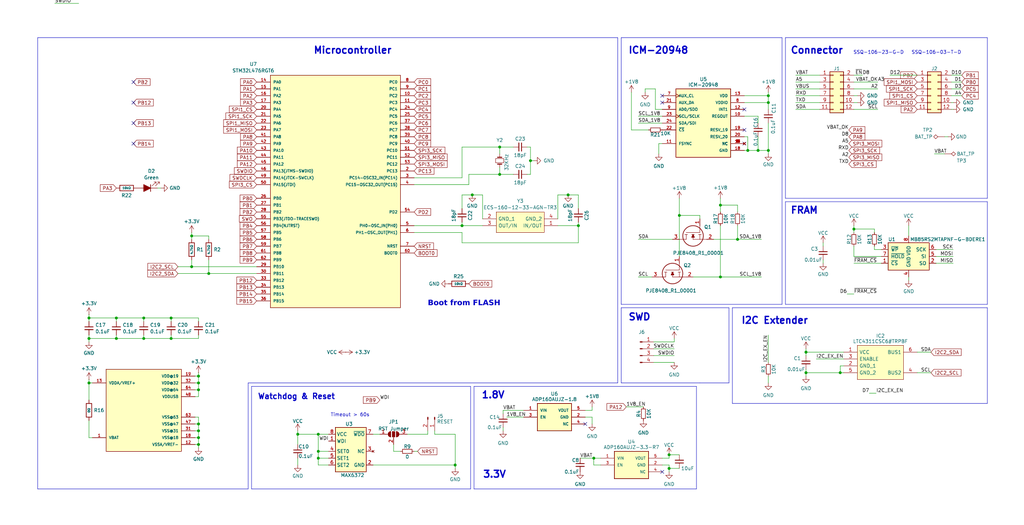
<source format=kicad_sch>
(kicad_sch (version 20250114) (generator "eeschema") (generator_version "9.0")
  (paper "User" 380 194.996)
  (title_block (title "HexSense Svalbard - MCU module") (date "2023-05-25") (rev "V1") (company "MIT Media Lab") (comment 1 "Fangzheng Liu"))
  (rectangle (start 47.244 -15.24) (end 67.31 -12.192))
  (text "ICM-20948" (at 233.045 20.32 0) (effects (font (size 2.54 2.54) (thickness 0.508) (bold yes)) (justify left bottom)))
  (text "SSQ-106-03-T-D" (at 338.201 20.32 0) (effects (font (size 1.27 1.27)) (justify left bottom)))
  (text "1.8V" (at 178.562 148.336 0) (effects (font (size 2.54 2.54) (thickness 0.508) (bold yes)) (justify left bottom)))
  (text "Microcontroller" (at 116.205 20.32 0) (effects (font (size 2.54 2.54) (thickness 0.508) (bold yes)) (justify left bottom)))
  (text "FRAM" (at 293.243 79.756 0) (effects (font (size 2.54 2.54) (thickness 0.508) (bold yes)) (justify left bottom)))
  (text "Timeout > 60s" (at 137.16 154.94 0) (effects (font (size 1.27 1.27)) (justify right bottom)))
  (text "Watchdog & Reset" (at 124.46 148.59 0) (effects (font (size 2.032 2.032) (thickness 0.4) (bold yes)) (justify right bottom)))
  (text "SWD" (at 233.045 119.38 0) (effects (font (size 2.54 2.54) (thickness 0.508) (bold yes)) (justify left bottom)))
  (text "Connector" (at 293.243 20.32 0) (effects (font (size 2.54 2.54) (thickness 0.508) (bold yes)) (justify left bottom)))
  (text "3.3V" (at 179.07 177.8 0) (effects (font (size 2.54 2.54) (thickness 0.508) (bold yes)) (justify left bottom)))
  (text "Boot from FLASH" (at 172.212 113.284 0) (effects (font (size 2 2) (bold yes))))
  (text "Switch these 2 pins" (at 47.498 -12.7 0) (effects (font (size 1.27 1.27)) (justify left bottom)))
  (text "SSQ-106-23-G-D" (at 316.611 20.32 0) (effects (font (size 1.27 1.27)) (justify left bottom)))
  (text "I2C Extender" (at 274.955 120.65 0) (effects (font (size 2.54 2.54) (thickness 0.508) (bold yes)) (justify left bottom)))
  (junction (at 63.5 125.73))
  (junction (at 210.82 72.39))
  (junction (at 220.345 170.18))
  (junction (at 43.18 118.11))
  (junction (at 33.02 125.73))
  (junction (at 77.47 101.6))
  (junction (at 118.11 161.29))
  (junction (at 118.11 170.18))
  (junction (at 53.34 118.11))
  (junction (at 73.66 160.02))
  (junction (at 110.49 161.29))
  (junction (at 33.02 142.24))
  (junction (at 214.63 83.82))
  (junction (at 196.85 59.69))
  (junction (at 248.285 168.91))
  (junction (at 73.66 142.24))
  (junction (at 316.865 85.09))
  (junction (at 277.495 55.88))
  (junction (at 73.66 165.1))
  (junction (at 71.12 99.06))
  (junction (at 118.11 167.64))
  (junction (at 267.335 102.87))
  (junction (at 73.66 139.7))
  (junction (at 73.66 162.56))
  (junction (at 33.02 118.11))
  (junction (at 267.335 76.2))
  (junction (at 285.115 55.88))
  (junction (at 168.91 172.72))
  (junction (at 175.26 72.39))
  (junction (at 73.66 144.78))
  (junction (at 311.785 138.43))
  (junction (at 53.34 125.73))
  (junction (at 299.085 138.43))
  (junction (at 185.42 64.77))
  (junction (at 73.66 157.48))
  (junction (at 273.685 88.9))
  (junction (at 171.45 83.82))
  (junction (at 248.285 173.99))
  (junction (at 185.42 54.61))
  (junction (at 71.12 87.63))
  (junction (at 43.18 125.73))
  (junction (at 299.085 130.81))
  (junction (at 281.305 55.88))
  (junction (at 252.095 80.01))
  (junction (at 285.115 38.1))
  (junction (at 285.115 35.56))
  (junction (at 63.5 118.11))
  (no_connect (at 49.53 45.72))
  (no_connect (at 245.745 175.26))
  (no_connect (at 276.225 48.26))
  (no_connect (at 49.53 38.1))
  (no_connect (at 245.745 35.56))
  (no_connect (at 29.21 -69.85))
  (no_connect (at 49.53 30.48))
  (no_connect (at 245.745 38.1))
  (no_connect (at 276.225 53.34))
  (no_connect (at 29.21 -44.45))
  (no_connect (at 217.17 157.48))
  (no_connect (at 49.53 53.34))
  (no_connect (at 276.225 40.64))
  (wire (pts (xy 121.92 167.64) (xy 118.11 167.64)))
  (wire (pts (xy 285.115 45.72) (xy 285.115 55.88)))
  (wire (pts (xy 73.66 162.56) (xy 73.66 165.1)))
  (wire (pts (xy 138.43 172.72) (xy 168.91 172.72)))
  (wire (pts (xy 20.32 -46.99) (xy 29.21 -46.99)))
  (polyline (pts (xy 366.395 73.66) (xy 291.465 73.66)))
  (wire (pts (xy 12.7 -21.59) (xy 29.21 -21.59)))
  (wire (pts (xy 33.02 116.84) (xy 33.02 118.11)))
  (wire (pts (xy 215.265 170.18) (xy 220.345 170.18)))
  (wire (pts (xy 324.485 92.71) (xy 327.025 92.71)))
  (wire (pts (xy 20.32 -29.21) (xy 29.21 -29.21)))
  (wire (pts (xy 234.315 48.26) (xy 240.665 48.26)))
  (wire (pts (xy 217.17 154.94) (xy 219.71 154.94)))
  (wire (pts (xy 63.5 118.11) (xy 63.5 119.38)))
  (wire (pts (xy 340.36 130.81) (xy 345.44 130.81)))
  (polyline (pts (xy 230.505 114.3) (xy 270.51 114.3)))
  (wire (pts (xy 33.02 162.56) (xy 34.29 162.56)))
  (wire (pts (xy 311.785 135.89) (xy 311.785 138.43)))
  (wire (pts (xy 316.865 91.44) (xy 316.865 95.25)))
  (polyline (pts (xy 366.395 114.3) (xy 366.395 149.86)))
  (wire (pts (xy 273.685 88.9) (xy 282.575 88.9)))
  (wire (pts (xy 190.5 64.77) (xy 185.42 64.77)))
  (wire (pts (xy 33.02 156.21) (xy 33.02 162.56)))
  (polyline (pts (xy 92.075 142.24) (xy 229.235 142.24)))
  (wire (pts (xy 171.45 72.39) (xy 171.45 77.47)))
  (wire (pts (xy 43.18 124.46) (xy 43.18 125.73)))
  (wire (pts (xy 20.32 -34.29) (xy 29.21 -34.29)))
  (wire (pts (xy 196.85 54.61) (xy 196.85 59.69)))
  (polyline (pts (xy 174.625 181.61) (xy 93.345 181.61)))
  (polyline (pts (xy 175.895 143.51) (xy 175.895 181.61)))
  (wire (pts (xy 48.26 -49.53) (xy 54.61 -49.53)))
  (wire (pts (xy 214.63 83.82) (xy 214.63 90.17)))
  (wire (pts (xy 207.01 72.39) (xy 207.01 81.28)))
  (wire (pts (xy 73.66 165.1) (xy 73.66 166.37)))
  (wire (pts (xy 353.06 38.1) (xy 353.695 38.1)))
  (wire (pts (xy 161.29 161.29) (xy 168.91 161.29)))
  (wire (pts (xy 244.475 53.34) (xy 244.475 57.15)))
  (wire (pts (xy 313.055 135.89) (xy 311.785 135.89)))
  (wire (pts (xy 33.02 124.46) (xy 33.02 125.73)))
  (wire (pts (xy 33.02 125.73) (xy 43.18 125.73)))
  (wire (pts (xy 71.12 87.63) (xy 71.12 88.9)))
  (wire (pts (xy 48.26 -19.05) (xy 54.61 -19.05)))
  (wire (pts (xy 53.34 118.11) (xy 63.5 118.11)))
  (wire (pts (xy 276.225 38.1) (xy 285.115 38.1)))
  (wire (pts (xy 316.865 38.1) (xy 318.135 38.1)))
  (wire (pts (xy 242.57 132.08) (xy 250.19 132.08)))
  (wire (pts (xy 179.07 83.82) (xy 171.45 83.82)))
  (polyline (pts (xy 270.51 114.3) (xy 270.51 142.24)))
  (wire (pts (xy 267.335 76.2) (xy 273.685 76.2)))
  (wire (pts (xy 186.69 152.4) (xy 186.69 153.67)))
  (wire (pts (xy 242.57 134.62) (xy 250.19 134.62)))
  (wire (pts (xy 347.345 95.25) (xy 353.695 95.25)))
  (polyline (pts (xy 92.075 181.61) (xy 92.075 142.24)))
  (wire (pts (xy 346.71 57.15) (xy 350.52 57.15)))
  (wire (pts (xy 12.7 -1.27) (xy 29.21 -1.27)))
  (wire (pts (xy 48.26 -69.85) (xy 54.61 -69.85)))
  (wire (pts (xy 77.47 87.63) (xy 71.12 87.63)))
  (wire (pts (xy 252.095 80.01) (xy 252.095 95.25)))
  (wire (pts (xy 20.32 -24.13) (xy 29.21 -24.13)))
  (wire (pts (xy 295.275 27.94) (xy 304.165 27.94)))
  (wire (pts (xy 273.685 83.82) (xy 273.685 88.9)))
  (polyline (pts (xy 229.235 142.24) (xy 229.235 13.97)))
  (wire (pts (xy 198.12 59.69) (xy 196.85 59.69)))
  (wire (pts (xy 243.205 40.64) (xy 243.205 33.02)))
  (polyline (pts (xy 271.78 114.3) (xy 366.395 114.3)))
  (wire (pts (xy 63.5 125.73) (xy 73.66 125.73)))
  (wire (pts (xy 171.45 82.55) (xy 171.45 83.82)))
  (wire (pts (xy 20.32 -26.67) (xy 29.21 -26.67)))
  (wire (pts (xy 72.39 165.1) (xy 73.66 165.1)))
  (wire (pts (xy 110.49 161.29) (xy 118.11 161.29)))
  (wire (pts (xy 214.63 82.55) (xy 214.63 83.82)))
  (wire (pts (xy 324.485 86.36) (xy 324.485 85.09)))
  (wire (pts (xy 276.225 43.18) (xy 281.305 43.18)))
  (wire (pts (xy 73.66 139.7) (xy 73.66 138.43)))
  (polyline (pts (xy 259.715 142.24) (xy 259.715 142.24)))
  (wire (pts (xy 185.42 62.23) (xy 185.42 64.77)))
  (polyline (pts (xy 259.715 142.24) (xy 270.51 142.24)))
  (wire (pts (xy 196.85 64.77) (xy 195.58 64.77)))
  (wire (pts (xy 118.11 172.72) (xy 121.92 172.72)))
  (wire (pts (xy 305.435 97.79) (xy 305.435 96.52)))
  (wire (pts (xy 171.45 54.61) (xy 171.45 66.04)))
  (wire (pts (xy 281.305 43.18) (xy 281.305 45.72)))
  (wire (pts (xy 73.66 154.94) (xy 73.66 157.48)))
  (wire (pts (xy 185.42 54.61) (xy 185.42 57.15)))
  (wire (pts (xy 72.39 157.48) (xy 73.66 157.48)))
  (wire (pts (xy 153.67 83.82) (xy 171.45 83.82)))
  (wire (pts (xy 239.395 33.02) (xy 239.395 34.29)))
  (wire (pts (xy 20.32 -57.15) (xy 29.21 -57.15)))
  (wire (pts (xy 72.39 162.56) (xy 73.66 162.56)))
  (wire (pts (xy 267.335 102.87) (xy 282.575 102.87)))
  (wire (pts (xy 185.42 64.77) (xy 173.99 64.77)))
  (wire (pts (xy 73.66 144.78) (xy 73.66 142.24)))
  (wire (pts (xy 43.18 118.11) (xy 53.34 118.11)))
  (wire (pts (xy 118.11 161.29) (xy 118.11 167.64)))
  (wire (pts (xy 73.66 160.02) (xy 73.66 162.56)))
  (wire (pts (xy 53.34 125.73) (xy 63.5 125.73)))
  (wire (pts (xy 267.335 83.82) (xy 267.335 102.87)))
  (polyline (pts (xy 291.465 74.93) (xy 366.395 74.93)))
  (wire (pts (xy 299.085 129.54) (xy 299.085 130.81)))
  (wire (pts (xy 48.26 -54.61) (xy 54.61 -54.61)))
  (wire (pts (xy 295.275 40.64) (xy 304.165 40.64)))
  (wire (pts (xy 179.07 72.39) (xy 175.26 72.39)))
  (wire (pts (xy 20.32 -31.75) (xy 29.21 -31.75)))
  (wire (pts (xy 316.865 95.25) (xy 327.025 95.25)))
  (wire (pts (xy 118.11 167.64) (xy 118.11 170.18)))
  (wire (pts (xy 20.32 -41.91) (xy 29.21 -41.91)))
  (wire (pts (xy 299.085 137.16) (xy 299.085 138.43)))
  (polyline (pts (xy 366.395 13.97) (xy 366.395 73.66)))
  (polyline (pts (xy 230.505 13.97) (xy 230.505 113.03)))
  (wire (pts (xy 257.175 102.87) (xy 267.335 102.87)))
  (wire (pts (xy 110.49 170.18) (xy 110.49 172.72)))
  (wire (pts (xy 195.58 54.61) (xy 196.85 54.61)))
  (wire (pts (xy 118.11 170.18) (xy 121.92 170.18)))
  (wire (pts (xy 194.31 154.94) (xy 187.96 154.94)))
  (wire (pts (xy 20.32 -8.89) (xy 29.21 -8.89)))
  (wire (pts (xy 196.85 59.69) (xy 196.85 64.77)))
  (wire (pts (xy 322.58 146.05) (xy 325.12 146.05)))
  (wire (pts (xy 353.06 35.56) (xy 356.87 35.56)))
  (wire (pts (xy 285.115 139.7) (xy 285.115 142.24)))
  (wire (pts (xy 118.11 170.18) (xy 118.11 172.72)))
  (polyline (pts (xy 366.395 113.03) (xy 291.465 113.03)))
  (wire (pts (xy 153.67 66.04) (xy 171.45 66.04)))
  (polyline (pts (xy 175.895 143.51) (xy 258.445 143.51)))
  (wire (pts (xy 20.32 -52.07) (xy 29.21 -52.07)))
  (wire (pts (xy 118.11 161.29) (xy 121.92 161.29)))
  (wire (pts (xy 350.52 50.8) (xy 351.79 50.8)))
  (wire (pts (xy 179.07 81.28) (xy 179.07 72.39)))
  (wire (pts (xy 168.91 172.72) (xy 168.91 173.99)))
  (wire (pts (xy 248.285 175.26) (xy 248.285 173.99)))
  (wire (pts (xy 48.26 -46.99) (xy 54.61 -46.99)))
  (wire (pts (xy 214.63 77.47) (xy 214.63 72.39)))
  (wire (pts (xy 267.335 76.2) (xy 267.335 78.74)))
  (wire (pts (xy 245.745 172.72) (xy 248.285 172.72)))
  (wire (pts (xy 161.29 160.02) (xy 161.29 161.29)))
  (polyline (pts (xy 258.445 143.51) (xy 258.445 181.61)))
  (wire (pts (xy 252.095 73.66) (xy 252.095 80.01)))
  (polyline (pts (xy 291.465 74.93) (xy 291.465 113.03)))
  (wire (pts (xy 158.75 160.02) (xy 158.75 161.29)))
  (wire (pts (xy 232.41 151.13) (xy 238.76 151.13)))
  (wire (pts (xy 299.085 130.81) (xy 299.085 132.08)))
  (wire (pts (xy 214.63 83.82) (xy 207.01 83.82)))
  (wire (pts (xy 29.21 1.27) (xy 20.32 1.27)))
  (wire (pts (xy 236.855 45.72) (xy 245.745 45.72)))
  (wire (pts (xy 242.57 129.54) (xy 250.19 129.54)))
  (wire (pts (xy 168.91 161.29) (xy 168.91 172.72)))
  (wire (pts (xy 285.115 55.88) (xy 285.115 57.15)))
  (wire (pts (xy 77.47 96.52) (xy 77.47 101.6)))
  (polyline (pts (xy 230.505 13.97) (xy 290.195 13.97)))
  (wire (pts (xy 43.18 118.11) (xy 43.18 119.38)))
  (wire (pts (xy 337.185 83.82) (xy 337.185 87.63)))
  (wire (pts (xy 340.36 138.43) (xy 345.44 138.43)))
  (wire (pts (xy 299.085 138.43) (xy 311.785 138.43)))
  (wire (pts (xy 20.32 -72.39) (xy 29.21 -72.39)))
  (wire (pts (xy 72.39 160.02) (xy 73.66 160.02)))
  (wire (pts (xy 210.82 72.39) (xy 207.01 72.39)))
  (wire (pts (xy 173.99 64.77) (xy 173.99 68.58)))
  (wire (pts (xy 33.02 125.73) (xy 33.02 127)))
  (wire (pts (xy 295.275 33.02) (xy 304.165 33.02)))
  (wire (pts (xy 71.12 86.36) (xy 71.12 87.63)))
  (wire (pts (xy 285.115 38.1) (xy 285.115 35.56)))
  (wire (pts (xy 186.69 152.4) (xy 194.31 152.4)))
  (wire (pts (xy 220.345 170.18) (xy 222.885 170.18)))
  (wire (pts (xy 110.49 161.29) (xy 110.49 165.1)))
  (wire (pts (xy 314.325 109.22) (xy 316.865 109.22)))
  (wire (pts (xy 151.13 161.29) (xy 158.75 161.29)))
  (wire (pts (xy 73.66 142.24) (xy 73.66 139.7)))
  (wire (pts (xy 5.08 -19.05) (xy 29.21 -19.05)))
  (wire (pts (xy 138.43 161.29) (xy 140.97 161.29)))
  (wire (pts (xy 295.275 35.56) (xy 304.165 35.56)))
  (wire (pts (xy 33.02 142.24) (xy 33.02 148.59)))
  (wire (pts (xy 175.26 72.39) (xy 171.45 72.39)))
  (wire (pts (xy 337.185 102.87) (xy 337.185 104.14)))
  (wire (pts (xy 214.63 72.39) (xy 210.82 72.39)))
  (wire (pts (xy 73.66 157.48) (xy 73.66 160.02)))
  (polyline (pts (xy 291.465 13.97) (xy 366.395 13.97)))
  (wire (pts (xy 72.39 144.78) (xy 73.66 144.78)))
  (wire (pts (xy 20.32 -36.83) (xy 29.21 -36.83)))
  (wire (pts (xy 20.32 -49.53) (xy 29.21 -49.53)))
  (wire (pts (xy 53.34 118.11) (xy 53.34 119.38)))
  (wire (pts (xy 63.5 118.11) (xy 73.66 118.11)))
  (wire (pts (xy 33.02 140.97) (xy 33.02 142.24)))
  (wire (pts (xy 48.26 -52.07) (xy 54.61 -52.07)))
  (polyline (pts (xy 258.445 181.61) (xy 175.895 181.61)))
  (wire (pts (xy 295.275 38.1) (xy 304.165 38.1)))
  (wire (pts (xy 248.285 168.91) (xy 252.095 168.91)))
  (wire (pts (xy 43.18 125.73) (xy 53.34 125.73)))
  (polyline (pts (xy 366.395 149.86) (xy 271.78 149.86)))
  (wire (pts (xy 73.66 125.73) (xy 73.66 124.46)))
  (wire (pts (xy 277.495 50.8) (xy 277.495 55.88)))
  (wire (pts (xy 316.865 33.02) (xy 325.755 33.02)))
  (wire (pts (xy 20.32 -64.77) (xy 29.21 -64.77)))
  (polyline (pts (xy 174.625 143.51) (xy 174.625 181.61)))
  (wire (pts (xy 311.785 138.43) (xy 313.055 138.43)))
  (wire (pts (xy 245.745 53.34) (xy 244.475 53.34)))
  (polyline (pts (xy 230.505 142.24) (xy 259.715 142.24)))
  (wire (pts (xy 316.865 27.94) (xy 320.04 27.94)))
  (wire (pts (xy 234.315 34.29) (xy 234.315 48.26)))
  (wire (pts (xy 186.69 160.02) (xy 186.69 158.75)))
  (wire (pts (xy 353.06 27.94) (xy 356.87 27.94)))
  (wire (pts (xy 236.855 43.18) (xy 245.745 43.18)))
  (wire (pts (xy 48.26 -16.51) (xy 54.61 -16.51)))
  (wire (pts (xy 222.885 172.72) (xy 220.345 172.72)))
  (wire (pts (xy 248.285 173.99) (xy 252.095 173.99)))
  (wire (pts (xy 243.205 33.02) (xy 239.395 33.02)))
  (polyline (pts (xy 271.78 114.3) (xy 271.78 149.86)))
  (wire (pts (xy 248.285 172.72) (xy 248.285 173.99)))
  (wire (pts (xy 220.345 170.18) (xy 220.345 172.72)))
  (wire (pts (xy 264.795 88.9) (xy 273.685 88.9)))
  (wire (pts (xy 250.19 127) (xy 250.19 125.73)))
  (wire (pts (xy 245.745 170.18) (xy 248.285 170.18)))
  (wire (pts (xy 353.06 33.02) (xy 356.87 33.02)))
  (wire (pts (xy 353.695 92.71) (xy 347.345 92.71)))
  (wire (pts (xy 72.39 147.32) (xy 73.66 147.32)))
  (wire (pts (xy 316.865 83.82) (xy 316.865 85.09)))
  (wire (pts (xy 110.49 160.02) (xy 110.49 161.29)))
  (wire (pts (xy 285.115 35.56) (xy 285.115 34.29)))
  (wire (pts (xy 324.485 85.09) (xy 316.865 85.09)))
  (wire (pts (xy 324.485 91.44) (xy 324.485 92.71)))
  (wire (pts (xy 72.39 139.7) (xy 73.66 139.7)))
  (wire (pts (xy 71.12 99.06) (xy 95.25 99.06)))
  (wire (pts (xy 77.47 101.6) (xy 95.25 101.6)))
  (wire (pts (xy 316.865 30.48) (xy 325.755 30.48)))
  (wire (pts (xy 66.04 101.6) (xy 77.47 101.6)))
  (wire (pts (xy 71.12 96.52) (xy 71.12 99.06)))
  (wire (pts (xy 353.06 40.64) (xy 353.695 40.64)))
  (wire (pts (xy 316.865 40.64) (xy 325.755 40.64)))
  (wire (pts (xy 73.66 147.32) (xy 73.66 144.78)))
  (wire (pts (xy 242.57 127) (xy 250.19 127)))
  (wire (pts (xy 58.42 69.85) (xy 59.69 69.85)))
  (wire (pts (xy 20.32 -39.37) (xy 29.21 -39.37)))
  (wire (pts (xy 33.02 118.11) (xy 33.02 119.38)))
  (wire (pts (xy 48.26 -67.31) (xy 54.61 -67.31)))
  (polyline (pts (xy 13.97 13.97) (xy 13.97 181.61)))
  (wire (pts (xy 153.67 167.64) (xy 154.94 167.64)))
  (wire (pts (xy 33.02 142.24) (xy 34.29 142.24)))
  (wire (pts (xy 316.865 35.56) (xy 318.135 35.56)))
  (wire (pts (xy 77.47 88.9) (xy 77.47 87.63)))
  (wire (pts (xy 171.45 90.17) (xy 171.45 86.36)))
  (wire (pts (xy 281.305 55.88) (xy 285.115 55.88)))
  (wire (pts (xy 285.115 124.46) (xy 285.115 134.62)))
  (wire (pts (xy 20.32 -6.35) (xy 29.21 -6.35)))
  (wire (pts (xy 219.71 154.94) (xy 219.71 157.48)))
  (wire (pts (xy 302.895 133.35) (xy 313.055 133.35)))
  (wire (pts (xy 245.745 40.64) (xy 243.205 40.64)))
  (wire (pts (xy 248.285 170.18) (xy 248.285 168.91)))
  (wire (pts (xy 20.32 -59.69) (xy 29.21 -59.69)))
  (wire (pts (xy 273.685 76.2) (xy 273.685 78.74)))
  (wire (pts (xy 252.095 80.01) (xy 259.715 80.01)))
  (wire (pts (xy 353.06 30.48) (xy 356.87 30.48)))
  (wire (pts (xy 236.855 88.9) (xy 249.555 88.9)))
  (wire (pts (xy 276.225 50.8) (xy 277.495 50.8)))
  (wire (pts (xy 29.21 -13.97) (xy 20.32 -13.97)))
  (wire (pts (xy 33.02 118.11) (xy 43.18 118.11)))
  (polyline (pts (xy 93.345 143.51) (xy 93.345 181.61)))
  (wire (pts (xy 299.085 138.43) (xy 299.085 139.7)))
  (wire (pts (xy 146.05 167.64) (xy 148.59 167.64)))
  (wire (pts (xy 347.345 97.79) (xy 353.695 97.79)))
  (polyline (pts (xy 93.345 143.51) (xy 174.625 143.51)))
  (wire (pts (xy 295.275 30.48) (xy 304.165 30.48)))
  (wire (pts (xy 72.39 154.94) (xy 73.66 154.94)))
  (polyline (pts (xy 229.235 13.97) (xy 13.97 13.97)))
  (wire (pts (xy 20.32 -54.61) (xy 29.21 -54.61)))
  (wire (pts (xy 146.05 167.64) (xy 146.05 165.1)))
  (polyline (pts (xy 13.97 181.61) (xy 92.075 181.61)))
  (wire (pts (xy 276.225 55.88) (xy 277.495 55.88)))
  (wire (pts (xy 219.71 151.13) (xy 219.71 152.4)))
  (wire (pts (xy 316.865 97.79) (xy 327.025 97.79)))
  (wire (pts (xy 305.435 90.17) (xy 305.435 91.44)))
  (wire (pts (xy 259.715 81.28) (xy 259.715 80.01)))
  (wire (pts (xy 285.115 38.1) (xy 285.115 40.64)))
  (wire (pts (xy 185.42 54.61) (xy 190.5 54.61)))
  (wire (pts (xy 171.45 90.17) (xy 214.63 90.17)))
  (wire (pts (xy 276.225 35.56) (xy 285.115 35.56)))
  (wire (pts (xy 20.32 -67.31) (xy 29.21 -67.31)))
  (wire (pts (xy 267.335 73.66) (xy 267.335 76.2)))
  (polyline (pts (xy 366.395 74.93) (xy 366.395 113.03)))
  (polyline (pts (xy 290.195 13.97) (xy 290.195 113.03)))
  (wire (pts (xy 330.2 27.94) (xy 340.36 27.94)))
  (wire (pts (xy 66.04 99.06) (xy 71.12 99.06)))
  (wire (pts (xy 72.39 142.24) (xy 73.66 142.24)))
  (wire (pts (xy 185.42 54.61) (xy 171.45 54.61)))
  (wire (pts (xy 20.32 -62.23) (xy 29.21 -62.23)))
  (wire (pts (xy 153.67 68.58) (xy 173.99 68.58)))
  (wire (pts (xy 20.32 -16.51) (xy 29.21 -16.51)))
  (wire (pts (xy 316.865 85.09) (xy 316.865 86.36)))
  (wire (pts (xy 217.17 152.4) (xy 219.71 152.4)))
  (wire (pts (xy 53.34 124.46) (xy 53.34 125.73)))
  (wire (pts (xy 236.855 102.87) (xy 241.935 102.87)))
  (wire (pts (xy 153.67 86.36) (xy 171.45 86.36)))
  (wire (pts (xy 299.085 130.81) (xy 313.055 130.81)))
  (wire (pts (xy 277.495 55.88) (xy 281.305 55.88)))
  (wire (pts (xy 281.305 50.8) (xy 281.305 55.88)))
  (polyline (pts (xy 230.505 114.3) (xy 230.505 142.24)))
  (wire (pts (xy 73.66 118.11) (xy 73.66 119.38)))
  (polyline (pts (xy 230.505 113.03) (xy 290.195 113.03)))
  (wire (pts (xy 63.5 125.73) (xy 63.5 124.46)))
  (polyline (pts (xy 291.465 13.97) (xy 291.465 73.66)))
  (label "RXD" (at 295.275 35.56 0))
  (label "SDA" (at 20.32 -21.59 0))
  (label "A2" (at 314.96 58.42 180))
  (label "USB+" (at 20.32 -13.97 0))
  (label "D4" (at 20.32 -57.15 0))
  (label "A1" (at 54.61 -54.61 180))
  (label "A3" (at 20.32 -67.31 0))
  (label "SWDCLK" (at 20.32 -1.27 0))
  (label "D0" (at 20.32 -49.53 0))
  (label "~{FRAM_CS}" (at 316.865 97.79 0))
  (label "D1" (at 20.32 -52.07 0))
  (label "MISO" (at 20.32 -46.99 0))
  (label "MOSI" (at 54.61 -49.53 180))
  (label "A5" (at 314.96 53.34 180))
  (label "SDA" (at 236.855 88.9 0))
  (label "SCL" (at 20.32 -19.05 0))
  (label "1V8_EN" (at 187.96 154.94 0))
  (label "A5" (at 54.61 -69.85 180))
  (label "D11" (at 20.32 -36.83 0))
  (label "D8" (at 314.96 50.8 180))
  (label "D2" (at 20.32 -41.91 0))
  (label "D1" (at 356.87 30.48 180))
  (label "MISO" (at 353.695 97.79 180))
  (label "TXD" (at 295.275 38.1 0))
  (label "TXD" (at 54.61 -16.51 180))
  (label "RXLED" (at 54.61 -67.31 180))
  (label "SCL" (at 236.855 102.87 0))
  (label "TXD" (at 314.96 60.96 180))
  (label "~{EN}" (at 320.04 27.94 180))
  (label "A5" (at 295.275 30.48 0))
  (label "VBAT" (at 186.69 152.4 0))
  (label "MPPT_EN" (at 20.32 -6.35 0))
  (label "VBAT_OK" (at 314.96 48.26 180))
  (label "SCL_1V8" (at 282.575 102.87 180))
  (label "D9" (at 20.32 -59.69 0))
  (label "D10" (at 356.87 27.94 180))
  (label "D8" (at 320.04 27.94 0))
  (label "SWDCLK" (at 250.19 129.54 180))
  (label "D7" (at 20.32 -24.13 0))
  (label "VBAT" (at 295.275 27.94 0))
  (label "~{FRAM_CS}" (at 316.865 109.22 0))
  (label "A2" (at 54.61 -52.07 180))
  (label "VBAT" (at 346.71 57.15 0))
  (label "VBAT" (at 215.265 170.18 0))
  (label "1V8_EN" (at 232.41 151.13 0))
  (label "1V8_EN" (at 20.32 -8.89 0))
  (label "D3" (at 20.32 -54.61 0))
  (label "VBAT_OK" (at 325.755 30.48 180))
  (label "WDI" (at 140.97 148.59 0))
  (label "USB-" (at 20.32 -16.51 0))
  (label "MOSI" (at 353.695 95.25 180))
  (label "D12" (at 330.2 27.94 0))
  (label "A4" (at 356.87 35.56 180))
  (label "D6" (at 20.32 -26.67 0))
  (label "SDA_1V8" (at 282.575 88.9 180))
  (label "SDA_1V8" (at 236.855 45.72 0))
  (label "SCL" (at 345.44 138.43 180))
  (label "I2C_EX_EN" (at 285.115 124.46 270))
  (label "RXD" (at 314.96 55.88 180))
  (label "WDI" (at 121.92 163.83 180))
  (label "SDA" (at 345.44 130.81 180))
  (label "SCK" (at 353.695 92.71 180))
  (label "A4" (at 20.32 -64.77 0))
  (label "D10" (at 20.32 -31.75 0))
  (label "D5" (at 20.32 -39.37 0))
  (label "SDA" (at 295.275 40.64 0))
  (label "A2" (at 325.755 33.02 180))
  (label "SCK" (at 54.61 -46.99 180))
  (label "SCL_1V8" (at 236.855 43.18 0))
  (label "A0" (at 20.32 -72.39 0))
  (label "D7" (at 322.58 146.05 180))
  (label "D8" (at 20.32 -62.23 0))
  (label "D3" (at 356.87 33.02 180))
  (label "A3" (at 325.755 30.48 0))
  (label "RXD" (at 54.61 -19.05 180))
  (label "D12" (at 20.32 -29.21 0))
  (label "D6" (at 314.325 109.22 180))
  (label "I2C_EX_EN" (at 325.12 146.05 0))
  (label "D13" (at 20.32 -34.29 0))
  (label "SWDIO" (at 20.32 1.27 0))
  (label "SCL" (at 325.755 40.64 180))
  (label "SWDIO" (at 250.19 132.08 180))
  (label "VBUS" (at 295.275 33.02 0))
  (label "I2C_EX_EN" (at 302.895 133.35 0))
  (global_label "PA10" (shape input) (at 95.25 55.88 180) (property "Intersheetrefs" "${INTERSHEET_REFS}" (effects (hide yes))))
  (global_label "SPI3_CS" (shape input) (at 95.25 68.58 180) (property "Intersheetrefs" "${INTERSHEET_REFS}" (effects (hide yes))))
  (global_label "PB9" (shape input) (at 95.25 96.52 180) (property "Intersheetrefs" "${INTERSHEET_REFS}" (effects (hide yes))))
  (global_label "SPI3_MISO" (shape input) (at 314.96 58.42 0) (property "Intersheetrefs" "${INTERSHEET_REFS}" (effects (hide yes))))
  (global_label "PC9" (shape input) (at 153.67 53.34 0) (property "Intersheetrefs" "${INTERSHEET_REFS}" (effects (hide yes))))
  (global_label "NRST" (shape input) (at 154.94 167.64 0) (property "Intersheetrefs" "${INTERSHEET_REFS}" (effects (hide yes))))
  (global_label "PC4" (shape input) (at 153.67 40.64 0) (property "Intersheetrefs" "${INTERSHEET_REFS}" (effects (hide yes))))
  (global_label "PC13" (shape input) (at 153.67 63.5 0) (property "Intersheetrefs" "${INTERSHEET_REFS}" (effects (hide yes))))
  (global_label "PC5" (shape input) (at 153.67 43.18 0) (property "Intersheetrefs" "${INTERSHEET_REFS}" (effects (hide yes))))
  (global_label "PC1" (shape input) (at 153.67 33.02 0) (property "Intersheetrefs" "${INTERSHEET_REFS}" (effects (hide yes))))
  (global_label "SPI1_SCK" (shape input) (at 340.36 33.02 180) (property "Intersheetrefs" "${INTERSHEET_REFS}" (effects (hide yes))))
  (global_label "PA9" (shape input) (at 314.96 48.26 0) (property "Intersheetrefs" "${INTERSHEET_REFS}" (effects (hide yes))))
  (global_label "SPI1_CS" (shape input) (at 95.25 40.64 180) (property "Intersheetrefs" "${INTERSHEET_REFS}" (effects (hide yes))))
  (global_label "SPI1_CS" (shape input) (at 340.36 35.56 180) (property "Intersheetrefs" "${INTERSHEET_REFS}" (effects (hide yes))))
  (global_label "PB13" (shape input) (at 95.25 106.68 180) (property "Intersheetrefs" "${INTERSHEET_REFS}" (effects (hide yes))))
  (global_label "PB8" (shape input) (at 95.25 93.98 180) (property "Intersheetrefs" "${INTERSHEET_REFS}" (effects (hide yes))))
  (global_label "PA0" (shape input) (at 95.25 30.48 180) (property "Intersheetrefs" "${INTERSHEET_REFS}" (effects (hide yes))))
  (global_label "PA1" (shape input) (at 95.25 33.02 180) (property "Intersheetrefs" "${INTERSHEET_REFS}" (effects (hide yes))))
  (global_label "PB7" (shape input) (at 95.25 91.44 180) (property "Intersheetrefs" "${INTERSHEET_REFS}" (effects (hide yes))))
  (global_label "SWDCLK" (shape input) (at 95.25 66.04 180) (property "Intersheetrefs" "${INTERSHEET_REFS}" (effects (hide yes))))
  (global_label "PA12" (shape input) (at 232.41 151.13 180) (property "Intersheetrefs" "${INTERSHEET_REFS}" (effects (hide yes))))
  (global_label "PB9" (shape input) (at 140.97 148.59 180) (property "Intersheetrefs" "${INTERSHEET_REFS}" (effects (hide yes))))
  (global_label "SPI1_SCK" (shape input) (at 95.25 43.18 180) (property "Intersheetrefs" "${INTERSHEET_REFS}" (effects (hide yes))))
  (global_label "PA3" (shape input) (at 43.18 69.85 180) (property "Intersheetrefs" "${INTERSHEET_REFS}" (effects (hide yes))))
  (global_label "SPI3_MISO" (shape input) (at 153.67 58.42 0) (property "Intersheetrefs" "${INTERSHEET_REFS}" (effects (hide yes))))
  (global_label "PA8" (shape input) (at 95.25 50.8 180) (property "Intersheetrefs" "${INTERSHEET_REFS}" (effects (hide yes))))
  (global_label "PD2" (shape input) (at 153.67 78.74 0) (property "Intersheetrefs" "${INTERSHEET_REFS}" (effects (hide yes))))
  (global_label "I2C2_SCL" (shape input) (at 345.44 138.43 0) (property "Intersheetrefs" "${INTERSHEET_REFS}" (effects (hide yes))))
  (global_label "PB13" (shape input) (at 49.53 45.72 0) (property "Intersheetrefs" "${INTERSHEET_REFS}" (effects (hide yes))))
  (global_label "PB5" (shape input) (at 95.25 86.36 180) (property "Intersheetrefs" "${INTERSHEET_REFS}" (effects (hide yes))))
  (global_label "PC3" (shape input) (at 153.67 38.1 0) (property "Intersheetrefs" "${INTERSHEET_REFS}" (effects (hide yes))))
  (global_label "PA9" (shape input) (at 95.25 53.34 180) (property "Intersheetrefs" "${INTERSHEET_REFS}" (effects (hide yes))))
  (global_label "SPI1_MOSI" (shape input) (at 95.25 48.26 180) (property "Intersheetrefs" "${INTERSHEET_REFS}" (effects (hide yes))))
  (global_label "SPI3_SCK" (shape input) (at 153.67 55.88 0) (property "Intersheetrefs" "${INTERSHEET_REFS}" (effects (hide yes))))
  (global_label "PB14" (shape input) (at 95.25 109.22 180) (property "Intersheetrefs" "${INTERSHEET_REFS}" (effects (hide yes))))
  (global_label "PA3" (shape input) (at 95.25 38.1 180) (property "Intersheetrefs" "${INTERSHEET_REFS}" (effects (hide yes))))
  (global_label "SPI3_MOSI" (shape input) (at 153.67 60.96 0) (property "Intersheetrefs" "${INTERSHEET_REFS}" (effects (hide yes))))
  (global_label "SWO" (shape input) (at 95.25 81.28 180) (property "Intersheetrefs" "${INTERSHEET_REFS}" (effects (hide yes))))
  (global_label "PA12" (shape input) (at 95.25 60.96 180) (property "Intersheetrefs" "${INTERSHEET_REFS}" (effects (hide yes))))
  (global_label "PC6" (shape input) (at 153.67 45.72 0) (property "Intersheetrefs" "${INTERSHEET_REFS}" (effects (hide yes))))
  (global_label "SPI3_SCK" (shape input) (at 314.96 55.88 0) (property "Intersheetrefs" "${INTERSHEET_REFS}" (effects (hide yes))))
  (global_label "PA2" (shape input) (at 340.36 40.64 180) (property "Intersheetrefs" "${INTERSHEET_REFS}" (effects (hide yes))))
  (global_label "PB12" (shape input) (at 49.53 38.1 0) (property "Intersheetrefs" "${INTERSHEET_REFS}" (effects (hide yes))))
  (global_label "PB4" (shape input) (at 95.25 83.82 180) (property "Intersheetrefs" "${INTERSHEET_REFS}" (effects (hide yes))))
  (global_label "PB6" (shape input) (at 95.25 88.9 180) (property "Intersheetrefs" "${INTERSHEET_REFS}" (effects (hide yes))))
  (global_label "NRST" (shape input) (at 153.67 91.44 0) (property "Intersheetrefs" "${INTERSHEET_REFS}" (effects (hide yes))))
  (global_label "PB2" (shape input) (at 95.25 78.74 180) (property "Intersheetrefs" "${INTERSHEET_REFS}" (effects (hide yes))))
  (global_label "PB15" (shape input) (at 95.25 111.76 180) (property "Intersheetrefs" "${INTERSHEET_REFS}" (effects (hide yes))))
  (global_label "PA2" (shape input) (at 95.25 35.56 180) (property "Intersheetrefs" "${INTERSHEET_REFS}" (effects (hide yes))))
  (global_label "SPI1_MISO" (shape input) (at 340.36 38.1 180) (property "Intersheetrefs" "${INTERSHEET_REFS}" (effects (hide yes))))
  (global_label "SWDIO" (shape input) (at 95.25 63.5 180) (property "Intersheetrefs" "${INTERSHEET_REFS}" (effects (hide yes))))
  (global_label "SPI1_MOSI" (shape input) (at 340.36 30.48 180) (property "Intersheetrefs" "${INTERSHEET_REFS}" (effects (hide yes))))
  (global_label "PB2" (shape input) (at 340.36 27.94 180) (property "Intersheetrefs" "${INTERSHEET_REFS}" (effects (hide yes))))
  (global_label "PB0" (shape input) (at 356.87 30.48 0) (property "Intersheetrefs" "${INTERSHEET_REFS}" (effects (hide yes))))
  (global_label "SPI3_MOSI" (shape input) (at 314.96 53.34 0) (property "Intersheetrefs" "${INTERSHEET_REFS}" (effects (hide yes))))
  (global_label "PB2" (shape input) (at 49.53 30.48 0) (property "Intersheetrefs" "${INTERSHEET_REFS}" (effects (hide yes))))
  (global_label "SPI1_MISO" (shape input) (at 95.25 45.72 180) (property "Intersheetrefs" "${INTERSHEET_REFS}" (effects (hide yes))))
  (global_label "PC7" (shape input) (at 153.67 48.26 0) (property "Intersheetrefs" "${INTERSHEET_REFS}" (effects (hide yes))))
  (global_label "PB12" (shape input) (at 95.25 104.14 180) (property "Intersheetrefs" "${INTERSHEET_REFS}" (effects (hide yes))))
  (global_label "PC4" (shape input) (at 356.87 35.56 0) (property "Intersheetrefs" "${INTERSHEET_REFS}" (effects (hide yes))))
  (global_label "PB1" (shape input) (at 95.25 76.2 180) (property "Intersheetrefs" "${INTERSHEET_REFS}" (effects (hide yes))))
  (global_label "PB0" (shape input) (at 95.25 73.66 180) (property "Intersheetrefs" "${INTERSHEET_REFS}" (effects (hide yes))))
  (global_label "PC5" (shape input) (at 356.87 33.02 0) (property "Intersheetrefs" "${INTERSHEET_REFS}" (effects (hide yes))))
  (global_label "I2C2_SDA" (shape input) (at 345.44 130.81 0) (property "Intersheetrefs" "${INTERSHEET_REFS}" (effects (hide yes))))
  (global_label "PC0" (shape input) (at 153.67 30.48 0) (property "Intersheetrefs" "${INTERSHEET_REFS}" (effects (hide yes))))
  (global_label "PA8" (shape input) (at 314.96 50.8 0) (property "Intersheetrefs" "${INTERSHEET_REFS}" (effects (hide yes))))
  (global_label "PC8" (shape input) (at 153.67 50.8 0) (property "Intersheetrefs" "${INTERSHEET_REFS}" (effects (hide yes))))
  (global_label "SPI3_CS" (shape input) (at 314.96 60.96 0) (property "Intersheetrefs" "${INTERSHEET_REFS}" (effects (hide yes))))
  (global_label "I2C2_SDA" (shape input) (at 66.04 101.6 180) (property "Intersheetrefs" "${INTERSHEET_REFS}" (effects (hide yes))))
  (global_label "BOOT0" (shape input) (at 153.67 93.98 0) (property "Intersheetrefs" "${INTERSHEET_REFS}" (effects (hide yes))))
  (global_label "PC2" (shape input) (at 153.67 35.56 0) (property "Intersheetrefs" "${INTERSHEET_REFS}" (effects (hide yes))))
  (global_label "PA11" (shape input) (at 95.25 58.42 180) (property "Intersheetrefs" "${INTERSHEET_REFS}" (effects (hide yes))))
  (global_label "PB1" (shape input) (at 356.87 27.94 0) (property "Intersheetrefs" "${INTERSHEET_REFS}" (effects (hide yes))))
  (global_label "I2C2_SCL" (shape input) (at 66.04 99.06 180) (property "Intersheetrefs" "${INTERSHEET_REFS}" (effects (hide yes))))
  (global_label "BOOT0" (shape input) (at 173.99 105.41 0) (property "Intersheetrefs" "${INTERSHEET_REFS}" (effects (hide yes))))
  (global_label "PB14" (shape input) (at 49.53 53.34 0) (property "Intersheetrefs" "${INTERSHEET_REFS}" (effects (hide yes))))
  (symbol (lib_id "Device:R_Small") (at 324.485 88.9 180) (unit 1)
    (property "Reference" "R13" (at 322.707 88.9 90))
    (property "Value" "10K" (at 326.517 88.9 90))
    (property "Footprint" "Resistor_SMD:R_0402_1005Metric_Pad0.72x0.64mm_HandSolder" (effects (hide yes)))
  )
  (symbol (lib_id "power:VCC") (at 337.185 83.82 0) (unit 1)
    (property "Reference" "#PWR017" (effects (hide yes)))
    (property "Value" "VCC" (at 337.185 80.2155 0))
  )
  (symbol (lib_id "PCM_JLCPCB-Resistors:1206,10kΩ") (at 170.18 105.41 90) (unit 1)
    (property "Reference" "R25" (at 170.18 102.6739 90))
    (property "Value" "10kΩ" (at 170.18 105.41 90) (effects (font (size 0.8 0.8))))
    (property "Footprint" "Resistor_SMD:R_0603_1608Metric_Pad0.98x0.95mm_HandSolder" (effects (hide yes)))
    (property "Datasheet" "https://www.lcsc.com/datasheet/lcsc_datasheet_2206010145_UNI-ROYAL-Uniroyal-Elec-1206W4F1002T5E_C17902.pdf" (effects (hide yes)))
    (property "Description" "250mW Thick Film Resistors 200V ±100ppm/°C ±1% 10kΩ 1206 Chip Resistor - Surface Mount ROHS" (effects (hide yes)))
    (property "LCSC" "C17902" (effects (hide yes)))
    (property "Stock" "2045599" (effects (hide yes)))
    (property "Price" "0.006USD" (effects (hide yes)))
    (property "Process" "SMT" (effects (hide yes)))
    (property "Minimum Qty" "20" (effects (hide yes)))
    (property "Attrition Qty" "10" (effects (hide yes)))
    (property "Class" "Basic Component" (effects (hide yes)))
    (property "Category" "Resistors,Chip Resistor - Surface Mount" (effects (hide yes)))
    (property "Manufacturer" "UNI-ROYAL(Uniroyal Elec)" (effects (hide yes)))
    (property "Part" "1206W4F1002T5E" (effects (hide yes)))
    (property "Resistance" "10kΩ" (effects (hide yes)))
    (property "Power(Watts)" "250mW" (effects (hide yes)))
    (property "Type" "Thick Film Resistors" (effects (hide yes)))
    (property "Overload Voltage (Max)" "200V" (effects (hide yes)))
    (property "Operating Temperature Range" "-55°C~+155°C" (effects (hide yes)))
    (property "Tolerance" "±1%" (effects (hide yes)))
    (property "Temperature Coefficient" "±100ppm/°C" (effects (hide yes)))
  )
  (symbol (lib_id "SamacSys_Parts:ECS-160-12-33-AGN-TR3") (at 207.01 81.28 0) (mirror y) (unit 1)
    (property "Reference" "Y3" (at 193.04 74.6463 0))
    (property "Value" "ECS-160-12-33-AGN-TR3" (at 193.04 77.0706 0))
    (property "Footprint" "SamacSys_Parts:ECS1601233AGNTR3" (effects (hide yes)))
    (property "Datasheet" "https://ecsxtal.com/store/pdf/ecx-32.pdf" (effects (hide yes)))
    (property "Description" "Crystals 16MHz,CL 12,TOL +/-25 ppm,STAB +/-30 ppm,-40 +85 C,ESR 80O" (effects (hide yes)))
    (property "Description_1" "Crystals 16MHz,CL 12,TOL +/-25 ppm,STAB +/-30 ppm,-40 +85 C,ESR 80O" (effects (hide yes)))
    (property "Height" "0.8" (effects (hide yes)))
    (property "Manufacturer_Name" "ECS" (effects (hide yes)))
    (property "Manufacturer_Part_Number" "ECS-160-12-33-AGN-TR3" (effects (hide yes)))
    (property "Mouser Part Number" "520-160-12-33AGN-TR3" (effects (hide yes)))
    (property "Mouser Price/Stock" "https://www.mouser.co.uk/ProductDetail/ECS/ECS-160-12-33-AGN-TR3?qs=e8oIoAS2J1R5dXUdgVaN0g%3D%3D" (effects (hide yes)))
    (property "Arrow Part Number" "ECS-160-12-33-AGN-TR3" (effects (hide yes)))
    (property "Arrow Price/Stock" "https://www.arrow.com/en/products/ecs-160-12-33-agn-tr3/ecs-international?region=nac" (effects (hide yes)))
  )
  (symbol (lib_id "power:VCC") (at 299.085 129.54 0) (unit 1)
    (property "Reference" "#PWR011" (effects (hide yes)))
    (property "Value" "VCC" (at 300.99 125.73 0) (effects (justify right)))
  )
  (symbol (lib_id "Device:C_Small") (at 252.095 171.45 180) (unit 1)
    (property "Reference" "C9" (effects (hide yes)))
    (property "Value" "10uF" (at 255.143 173.99 0))
    (property "Footprint" "Capacitor_SMD:C_0603_1608Metric_Pad1.08x0.95mm_HandSolder" (effects (hide yes)))
  )
  (symbol (lib_id "Connector:TestPoint_Alt") (at 350.52 57.15 270) (unit 1)
    (property "Reference" "TP3" (at 354.965 59.69 90) (effects (justify left)))
    (property "Value" "BAT_TP" (at 354.965 57.15 90) (effects (justify left)))
    (property "Footprint" "TestPoint:TestPoint_Pad_1.0x1.0mm" (effects (hide yes)))
  )
  (symbol (lib_id "ICM-20948:ICM-20948") (at 260.985 50.8 0) (unit 1)
    (property "Reference" "U5" (at 260.985 29.44 0))
    (property "Value" "ICM-20948" (at 260.985 31.488 0))
    (property "Footprint" "Sensor_Motion:InvenSense_QFN-24_3x3mm_P0.4mm" (effects (hide yes)))
    (property "Description" "\nAccelerometer, Gyroscope, Magnetometer, 9 Axis Sensor I2C, SPI Output\n" (effects (hide yes)))
    (property "MF" "TDK InvenSense" (effects (hide yes)))
    (property "MAXIMUM_PACKAGE_HEIGHT" "1.05 mm" (effects (hide yes)))
    (property "Package" "TFQFN-24 TDK InvenSense" (effects (hide yes)))
    (property "Price" "None" (effects (hide yes)))
    (property "Check_prices" "https://www.snapeda.com/parts/ICM-20948/TDK+InvenSense/view-part/?ref=eda" (effects (hide yes)))
    (property "STANDARD" "IPC 7351B" (effects (hide yes)))
    (property "PARTREV" "1.3" (effects (hide yes)))
    (property "SnapEDA_Link" "https://www.snapeda.com/parts/ICM-20948/TDK+InvenSense/view-part/?ref=snap" (effects (hide yes)))
    (property "MP" "ICM-20948" (effects (hide yes)))
    (property "Purchase-URL" "https://www.snapeda.com/api/url_track_click_mouser/?unipart_id=578927&manufacturer=TDK InvenSense&part_name=ICM-20948&search_term=icm-20948" (effects (hide yes)))
    (property "Availability" "In Stock" (effects (hide yes)))
    (property "MANUFACTURER" "TDK InvenSense" (effects (hide yes)))
  )
  (symbol (lib_id "Device:C_Small") (at 110.49 167.64 0) (unit 1)
    (property "Reference" "C10" (at 110.744 165.862 0) (effects (justify left)))
    (property "Value" "0.1uF" (at 110.744 169.418 0) (effects (justify left)))
    (property "Footprint" "Capacitor_SMD:C_0402_1005Metric" (effects (hide yes)))
  )
  (symbol (lib_id "Device:LED_Filled") (at 54.61 69.85 180) (unit 1)
    (property "Reference" "D2" (at 56.1975 63.5465 0))
    (property "Value" "Green" (at 56.1975 65.9708 0))
    (property "Footprint" "LED_SMD:LED_0402_1005Metric_Pad0.77x0.64mm_HandSolder" (effects (hide yes)))
    (property "Description" "Light emitting diode, filled shape" (effects (hide yes)))
  )
  (symbol (lib_id "power:GND") (at 175.26 72.39 0) (mirror y) (unit 1)
    (property "Reference" "#PWR045" (effects (hide yes)))
    (property "Value" "GND" (at 177.292 76.454 0) (effects (justify left)))
  )
  (symbol (lib_id "power:GND") (at 186.69 160.02 0) (unit 1)
    (property "Reference" "#PWR026" (effects (hide yes)))
    (property "Value" "GND" (at 186.69 164.5825 0))
  )
  (symbol (lib_id "Device:R_Small") (at 285.115 137.16 180) (unit 1)
    (property "Reference" "R3" (at 283.337 137.16 90))
    (property "Value" "10K" (at 287.147 137.16 90))
    (property "Footprint" "Resistor_SMD:R_0402_1005Metric_Pad0.72x0.64mm_HandSolder" (effects (hide yes)))
  )
  (symbol (lib_id "power:VCC") (at 128.27 130.81 90) (unit 1)
    (property "Reference" "#PWR0109" (effects (hide yes)))
    (property "Value" "VCC" (at 125.095 130.81 90) (effects (justify left)))
  )
  (symbol (lib_id "Connector:Conn_01x02_Pin") (at 161.29 154.94 270) (unit 1)
    (property "Reference" "J5" (at 162.1282 154.551 90) (effects (justify left)))
    (property "Value" "RESET" (at 162.1282 156.599 90) (effects (justify left)))
    (property "Footprint" "Connector_PinHeader_2.00mm:PinHeader_1x02_P2.00mm_Vertical" (effects (hide yes)))
  )
  (symbol (lib_id "SamacSys_Parts:LTC4311CSC6#TRPBF") (at 313.055 130.81 0) (unit 1)
    (property "Reference" "IC2" (at 326.7075 124.7408 0))
    (property "Value" "LTC4311CSC6#TRPBF" (at 326.7075 126.7888 0))
    (property "Footprint" "SamacSys_Parts:SOT65P210X100-6N" (effects (hide yes)))
    (property "Datasheet" "https://www.analog.com/media/en/technical-documentation/data-sheets/4311fa.pdf" (effects (hide yes)))
    (property "Description" "Interface - Specialized I2C/SMBus Rise Time Accelerator" (effects (hide yes)))
    (property "Height" "1" (effects (hide yes)))
    (property "Manufacturer_Name" "Analog Devices" (effects (hide yes)))
    (property "Manufacturer_Part_Number" "LTC4311CSC6#TRPBF" (effects (hide yes)))
    (property "Mouser Part Number" "584-LTC4311CSC6TRPBF" (effects (hide yes)))
    (property "Mouser Price/Stock" "https://www.mouser.co.uk/ProductDetail/Analog-Devices/LTC4311CSC6TRPBF?qs=hVkxg5c3xu8dDGkXCTUXoQ%3D%3D" (effects (hide yes)))
    (property "Arrow Part Number" "LTC4311CSC6#TRPBF" (effects (hide yes)))
    (property "Arrow Price/Stock" "https://www.arrow.com/en/products/ltc4311csc6trpbf/analog-devices?region=nac" (effects (hide yes)))
  )
  (symbol (lib_id "STM32L476RGT6:STM32L476RGT6") (at 118.11 71.12 0) (unit 1)
    (property "Reference" "U7" (at 93.98 23.8209 0))
    (property "Value" "STM32L476RGT6" (at 93.98 26.2452 0))
    (property "Footprint" "Package_QFP:LQFP-64_10x10mm_P0.5mm" (effects (hide yes)))
    (property "MF" "STMicroelectronics" (effects (hide yes)))
    (property "Description_1" "\n                        \n                            ARM® Cortex®-M4 STM32L4 Microcontroller IC 32-Bit Single-Core 80MHz 1MB (1M x 8) FLASH 64-LQFP (10x10)\n                        \n" (effects (hide yes)))
    (property "Package" "LQFP-64 STMicroelectronics" (effects (hide yes)))
    (property "Price" "None" (effects (hide yes)))
    (property "SnapEDA_Link" "https://www.snapeda.com/parts/STM32L476RGT6/STMicroelectronics/view-part/?ref=snap" (effects (hide yes)))
    (property "MP" "STM32L476RGT6" (effects (hide yes)))
    (property "Availability" "In Stock" (effects (hide yes)))
    (property "Check_prices" "https://www.snapeda.com/parts/STM32L476RGT6/STMicroelectronics/view-part/?ref=eda" (effects (hide yes)))
  )
  (symbol (lib_id "power:GND") (at 299.085 139.7 0) (unit 1)
    (property "Reference" "#PWR012" (effects (hide yes)))
    (property "Value" "GND" (at 299.085 144.2625 0))
  )
  (symbol (lib_id "power:GND") (at 168.91 173.99 0) (mirror y) (unit 1)
    (property "Reference" "#PWR0107" (effects (hide yes)))
    (property "Value" "GND" (at 170.942 178.054 0) (effects (justify left)))
  )
  (symbol (lib_id "power:GND") (at 285.115 57.15 0) (unit 1)
    (property "Reference" "#PWR010" (effects (hide yes)))
    (property "Value" "GND" (at 285.115 61.095 0))
  )
  (symbol (lib_id "power:VCC") (at 250.19 125.73 0) (unit 1)
    (property "Reference" "#PWR015" (effects (hide yes)))
    (property "Value" "VCC" (at 252.095 121.92 0) (effects (justify right)))
  )
  (symbol (lib_id "Device:Crystal_Small") (at 185.42 59.69 270) (mirror x) (unit 1)
    (property "Reference" "Y2" (at 186.69 52.07 90) (effects (justify right)))
    (property "Value" "32KHz" (at 187.96 57.15 0) (effects (justify right)))
    (property "Footprint" "Crystal:Crystal_SMD_3215-2Pin_3.2x1.5mm" (effects (hide yes)))
  )
  (symbol (lib_id "power:GND") (at 318.135 35.56 90) (unit 1)
    (property "Reference" "#PWR0131" (effects (hide yes)))
    (property "Value" "GND" (at 325.755 35.56 90) (effects (justify left)))
  )
  (symbol (lib_id "Device:C_Small") (at 215.265 172.72 0) (unit 1)
    (property "Reference" "C8" (at 212.217 170.942 0) (effects (justify left)))
    (property "Value" "0.1uF" (at 209.423 175.26 0) (effects (justify left)))
    (property "Footprint" "Capacitor_SMD:C_0402_1005Metric_Pad0.74x0.62mm_HandSolder" (effects (hide yes)))
  )
  (symbol (lib_id "power:GND") (at 166.37 105.41 270) (unit 1)
    (property "Reference" "#PWR044" (effects (hide yes)))
    (property "Value" "GND" (at 163.195 105.41 90) (effects (justify right)))
    (property "Description" "Power symbol creates a global label with name \"GND\" , ground" (effects (hide yes)))
  )
  (symbol (lib_id "Device:C_Small") (at 193.04 54.61 270) (mirror x) (unit 1)
    (property "Reference" "C23" (at 193.04 51.562 90))
    (property "Value" "18pF" (at 193.04 57.658 90))
    (property "Footprint" "Capacitor_SMD:C_0402_1005Metric_Pad0.74x0.62mm_HandSolder" (effects (hide yes)))
  )
  (symbol (lib_id "PCM_JLCPCB-Resistors:0603,1kΩ") (at 46.99 69.85 270) (unit 1)
    (property "Reference" "R22" (at 46.99 72.5861 90))
    (property "Value" "10kΩ" (at 46.99 69.85 90) (effects (font (size 0.8 0.8))))
    (property "Footprint" "Resistor_SMD:R_0402_1005Metric_Pad0.72x0.64mm_HandSolder" (effects (hide yes)))
    (property "Datasheet" "https://www.lcsc.com/datasheet/lcsc_datasheet_2206010130_UNI-ROYAL-Uniroyal-Elec-0603WAF1001T5E_C21190.pdf" (effects (hide yes)))
    (property "Description" "100mW Thick Film Resistors 75V ±100ppm/°C ±1% 1kΩ 0603 Chip Resistor - Surface Mount ROHS" (effects (hide yes)))
    (property "LCSC" "C21190" (effects (hide yes)))
    (property "Stock" "17705515" (effects (hide yes)))
    (property "Price" "0.004USD" (effects (hide yes)))
    (property "Process" "SMT" (effects (hide yes)))
    (property "Minimum Qty" "20" (effects (hide yes)))
    (property "Attrition Qty" "10" (effects (hide yes)))
    (property "Class" "Basic Component" (effects (hide yes)))
    (property "Category" "Resistors,Chip Resistor - Surface Mount" (effects (hide yes)))
    (property "Manufacturer" "UNI-ROYAL(Uniroyal Elec)" (effects (hide yes)))
    (property "Part" "0603WAF1001T5E" (effects (hide yes)))
    (property "Resistance" "1kΩ" (effects (hide yes)))
    (property "Power(Watts)" "100mW" (effects (hide yes)))
    (property "Type" "Thick Film Resistors" (effects (hide yes)))
    (property "Overload Voltage (Max)" "75V" (effects (hide yes)))
    (property "Operating Temperature Range" "-55°C~+155°C" (effects (hide yes)))
    (property "Tolerance" "±1%" (effects (hide yes)))
    (property "Temperature Coefficient" "±100ppm/°C" (effects (hide yes)))
  )
  (symbol (lib_id "power:GND") (at 219.71 157.48 0) (unit 1)
    (property "Reference" "#PWR027" (effects (hide yes)))
    (property "Value" "GND" (at 219.71 162.0425 0))
  )
  (symbol (lib_id "Device:C_Small") (at 193.04 64.77 270) (mirror x) (unit 1)
    (property "Reference" "C24" (at 193.04 61.722 90))
    (property "Value" "18pF" (at 193.04 67.818 90))
    (property "Footprint" "Capacitor_SMD:C_0402_1005Metric_Pad0.74x0.62mm_HandSolder" (effects (hide yes)))
  )
  (symbol (lib_id "power:GND") (at 215.265 175.26 0) (unit 1)
    (property "Reference" "#PWR024" (effects (hide yes)))
    (property "Value" "GND" (at 215.265 179.8225 0))
  )
  (symbol (lib_id "power:+3.3V") (at 128.27 130.81 270) (unit 1)
    (property "Reference" "#PWR039" (effects (hide yes)))
    (property "Value" "+3.3V" (at 131.445 130.81 90) (effects (justify left)))
    (property "Description" "Power symbol creates a global label with name \"+3.3V\"" (effects (hide yes)))
  )
  (symbol (lib_id "Device:C_Small") (at 33.02 121.92 0) (unit 1)
    (property "Reference" "C17" (at 35.3441 120.7141 0) (effects (justify left)))
    (property "Value" "0.1uF" (at 35.3441 123.1384 0) (effects (justify left)))
    (property "Footprint" "Capacitor_SMD:C_0402_1005Metric_Pad0.74x0.62mm_HandSolder" (effects (hide yes)))
    (property "Description" "Unpolarized capacitor, small symbol" (effects (hide yes)))
  )
  (symbol (lib_id "Device:R_Small") (at 267.335 81.28 180) (unit 1)
    (property "Reference" "R17" (at 265.557 81.28 90))
    (property "Value" "10K" (at 269.367 81.28 90))
    (property "Footprint" "Resistor_SMD:R_0402_1005Metric_Pad0.72x0.64mm_HandSolder" (effects (hide yes)))
  )
  (symbol (lib_id "Device:C_Small") (at 53.34 121.92 0) (unit 1)
    (property "Reference" "C19" (at 55.6641 120.7141 0) (effects (justify left)))
    (property "Value" "0.1uF" (at 55.6641 123.1384 0) (effects (justify left)))
    (property "Footprint" "Capacitor_SMD:C_0402_1005Metric_Pad0.74x0.62mm_HandSolder" (effects (hide yes)))
    (property "Description" "Unpolarized capacitor, small symbol" (effects (hide yes)))
  )
  (symbol (lib_id "Device:R_Small") (at 238.76 153.67 180) (unit 1)
    (property "Reference" "R4" (at 236.982 153.67 90))
    (property "Value" "10K" (at 240.792 153.67 90))
    (property "Footprint" "Resistor_SMD:R_0402_1005Metric_Pad0.72x0.64mm_HandSolder" (effects (hide yes)))
  )
  (symbol (lib_id "power:GND") (at 250.19 134.62 0) (unit 1)
    (property "Reference" "#PWR014" (effects (hide yes)))
    (property "Value" "GND" (at 250.19 139.1825 0))
  )
  (symbol (lib_id "power:VCC") (at 305.435 90.17 0) (unit 1)
    (property "Reference" "#PWR018" (effects (hide yes)))
    (property "Value" "VCC" (at 305.435 86.5655 0))
  )
  (symbol (lib_id "power:GND") (at 73.66 166.37 0) (unit 1)
    (property "Reference" "#PWR038" (effects (hide yes)))
    (property "Value" "GND" (at 73.66 170.5031 0))
    (property "Description" "Power symbol creates a global label with name \"GND\" , ground" (effects (hide yes)))
  )
  (symbol (lib_id "PCM_JLCPCB-Resistors:0402,4.7kΩ") (at 77.47 92.71 0) (unit 1)
    (property "Reference" "R2" (at 79.248 92.71 0) (effects (justify left)))
    (property "Value" "4.7kΩ" (at 77.47 92.71 90) (effects (font (size 0.8 0.8))))
    (property "Footprint" "PCM_JLCPCB:R_0402" (effects (hide yes)))
    (property "Datasheet" "https://www.lcsc.com/datasheet/lcsc_datasheet_2206010045_UNI-ROYAL-Uniroyal-Elec-0402WGF4701TCE_C25900.pdf" (effects (hide yes)))
    (property "Description" "62.5mW Thick Film Resistors 50V ±100ppm/°C ±1% 4.7kΩ 0402 Chip Resistor - Surface Mount ROHS" (effects (hide yes)))
    (property "LCSC" "C25900" (effects (hide yes)))
    (property "Stock" "4498888" (effects (hide yes)))
    (property "Price" "0.004USD" (effects (hide yes)))
    (property "Process" "SMT" (effects (hide yes)))
    (property "Minimum Qty" "20" (effects (hide yes)))
    (property "Attrition Qty" "10" (effects (hide yes)))
    (property "Class" "Basic Component" (effects (hide yes)))
    (property "Category" "Resistors,Chip Resistor - Surface Mount" (effects (hide yes)))
    (property "Manufacturer" "UNI-ROYAL(Uniroyal Elec)" (effects (hide yes)))
    (property "Part" "0402WGF4701TCE" (effects (hide yes)))
    (property "Resistance" "4.7kΩ" (effects (hide yes)))
    (property "Power(Watts)" "62.5mW" (effects (hide yes)))
    (property "Type" "Thick Film Resistors" (effects (hide yes)))
    (property "Overload Voltage (Max)" "50V" (effects (hide yes)))
    (property "Operating Temperature Range" "-55°C~+155°C" (effects (hide yes)))
    (property "Tolerance" "±1%" (effects (hide yes)))
    (property "Temperature Coefficient" "±100ppm/°C" (effects (hide yes)))
  )
  (symbol (lib_id "power:GND") (at 198.12 59.69 90) (mirror x) (unit 1)
    (property "Reference" "#PWR047" (effects (hide yes)))
    (property "Value" "GND" (at 205.74 59.69 90) (effects (justify left)))
  )
  (symbol (lib_id "Device:R_Small") (at 151.13 167.64 90) (unit 1)
    (property "Reference" "R9" (at 151.13 165.862 90))
    (property "Value" "0" (at 151.13 169.672 90))
    (property "Footprint" "Resistor_SMD:R_0201_0603Metric" (effects (hide yes)))
  )
  (symbol (lib_id "Device:C_Small") (at 285.115 43.18 0) (unit 1)
    (property "Reference" "C11" (at 287.147 42.164 90) (effects (justify left)))
    (property "Value" "0.1uF" (at 286.893 49.784 90) (effects (justify left)))
    (property "Footprint" "Capacitor_SMD:C_0402_1005Metric_Pad0.74x0.62mm_HandSolder" (effects (hide yes)))
  )
  (symbol (lib_id "Memory_NVRAM:MB85RS2MT") (at 337.185 95.25 0) (unit 1)
    (property "Reference" "U1" (at 329.565 88.9 0) (effects (justify left)))
    (property "Value" "MB85RS2MTAPNF-G-BDERE1" (at 337.693 88.9 0) (effects (justify left)))
    (property "Footprint" "Package_SO:SSOP-8_5.25x5.24mm_P1.27mm" (effects (hide yes)))
    (property "Datasheet" "http://www.fujitsu.com/downloads/MICRO/fsa/pdf/products/memory/fram/MB85RS16-DS501-00014-6v0-E.pdf" (effects (hide yes)))
  )
  (symbol (lib_id "Connector:Conn_01x04_Pin") (at 237.49 129.54 0) (unit 1)
    (property "Reference" "J6" (at 238.125 123.3438 0))
    (property "Value" "Conn_01x04_Pin" (effects (hide yes)))
    (property "Footprint" "Connector_PinHeader_2.00mm:PinHeader_1x04_P2.00mm_Vertical" (effects (hide yes)))
  )
  (symbol (lib_id "Device:C_Small") (at 281.305 48.26 0) (unit 1)
    (property "Reference" "C16" (at 280.416 47.498 90) (effects (justify left)))
    (property "Value" "0.1uF" (at 280.416 54.356 90) (effects (justify left)))
    (property "Footprint" "Capacitor_SMD:C_0402_1005Metric_Pad0.74x0.62mm_HandSolder" (effects (hide yes)))
  )
  (symbol (lib_id "Device:C_Small") (at 171.45 80.01 0) (mirror x) (unit 1)
    (property "Reference" "C22" (at 174.498 80.01 90))
    (property "Value" "18pF" (at 168.402 80.01 90))
    (property "Footprint" "Capacitor_SMD:C_0402_1005Metric_Pad0.74x0.62mm_HandSolder" (effects (hide yes)))
  )
  (symbol (lib_id "power:GND") (at 285.115 142.24 0) (unit 1)
    (property "Reference" "#PWR013" (effects (hide yes)))
    (property "Value" "GND" (at 285.115 146.8025 0))
  )
  (symbol (lib_id "power:+1V8") (at 219.71 151.13 0) (unit 1)
    (property "Reference" "#PWR025" (effects (hide yes)))
    (property "Value" "+1V8" (at 219.71 147.185 0))
  )
  (symbol (lib_id "power:+3.3V") (at 33.02 116.84 0) (unit 1)
    (property "Reference" "#PWR032" (effects (hide yes)))
    (property "Value" "+3.3V" (at 33.02 112.7069 0))
    (property "Description" "Power symbol creates a global label with name \"+3.3V\"" (effects (hide yes)))
  )
  (symbol (lib_id "Device:C_Small") (at 305.435 93.98 0) (unit 1)
    (property "Reference" "C3" (at 300.863 92.456 0) (effects (justify left)))
    (property "Value" "0.01uF" (at 298.45 96.52 0) (effects (justify left)))
    (property "Footprint" "Capacitor_SMD:C_0402_1005Metric_Pad0.74x0.62mm_HandSolder" (effects (hide yes)))
  )
  (symbol (lib_id "Device:R_Small") (at 243.205 48.26 270) (unit 1)
    (property "Reference" "R21" (at 243.205 50.038 90))
    (property "Value" "10K" (at 247.015 49.53 90))
    (property "Footprint" "Resistor_SMD:R_0402_1005Metric_Pad0.72x0.64mm_HandSolder" (effects (hide yes)))
  )
  (symbol (lib_id "PCM_JLCPCB-Resistors:0402,4.7kΩ") (at 71.12 92.71 0) (unit 1)
    (property "Reference" "R1" (at 72.898 92.71 0) (effects (justify left)))
    (property "Value" "4.7kΩ" (at 71.12 92.71 90) (effects (font (size 0.8 0.8))))
    (property "Footprint" "PCM_JLCPCB:R_0402" (effects (hide yes)))
    (property "Datasheet" "https://www.lcsc.com/datasheet/lcsc_datasheet_2206010045_UNI-ROYAL-Uniroyal-Elec-0402WGF4701TCE_C25900.pdf" (effects (hide yes)))
    (property "Description" "62.5mW Thick Film Resistors 50V ±100ppm/°C ±1% 4.7kΩ 0402 Chip Resistor - Surface Mount ROHS" (effects (hide yes)))
    (property "LCSC" "C25900" (effects (hide yes)))
    (property "Stock" "4498888" (effects (hide yes)))
    (property "Price" "0.004USD" (effects (hide yes)))
    (property "Process" "SMT" (effects (hide yes)))
    (property "Minimum Qty" "20" (effects (hide yes)))
    (property "Attrition Qty" "10" (effects (hide yes)))
    (property "Class" "Basic Component" (effects (hide yes)))
    (property "Category" "Resistors,Chip Resistor - Surface Mount" (effects (hide yes)))
    (property "Manufacturer" "UNI-ROYAL(Uniroyal Elec)" (effects (hide yes)))
    (property "Part" "0402WGF4701TCE" (effects (hide yes)))
    (property "Resistance" "4.7kΩ" (effects (hide yes)))
    (property "Power(Watts)" "62.5mW" (effects (hide yes)))
    (property "Type" "Thick Film Resistors" (effects (hide yes)))
    (property "Overload Voltage (Max)" "50V" (effects (hide yes)))
    (property "Operating Temperature Range" "-55°C~+155°C" (effects (hide yes)))
    (property "Tolerance" "±1%" (effects (hide yes)))
    (property "Temperature Coefficient" "±100ppm/°C" (effects (hide yes)))
  )
  (symbol (lib_id "SamacSys_Parts:PJE8408_R1_00001") (at 252.095 95.25 90) (mirror x) (unit 1)
    (property "Reference" "Q2" (at 256.413 98.552 90) (effects (justify left)))
    (property "Value" "PJE8408_R1_00001" (at 258.445 107.95 90) (effects (justify left)))
    (property "Footprint" "SamacSys_Parts:SOTFL50P160X60-3N" (effects (hide yes)))
    (property "Datasheet" "https://www.mouser.com/datasheet/2/1057/PJE8408-1875938.pdf" (effects (hide yes)))
    (property "Description" "MOSFET /E08/TR/7\"/HF/4K/SOT-523/MOS/SOT/NFET-20TBMN/NF20TB-QI08/PJ///" (effects (hide yes)))
    (property "Height" "0.6" (effects (hide yes)))
    (property "Manufacturer_Name" "PANJIT" (effects (hide yes)))
    (property "Manufacturer_Part_Number" "PJE8408_R1_00001" (effects (hide yes)))
    (property "Mouser Part Number" "241-PJE8408_R1_00001" (effects (hide yes)))
    (property "Mouser Price/Stock" "https://www.mouser.co.uk/ProductDetail/Panjit/PJE8408_R1_00001?qs=sPbYRqrBIVnQTsfdUZY95w%3D%3D" (effects (hide yes)))
  )
  (symbol (lib_id "Connector:TestPoint_Alt") (at 350.52 50.8 90) (unit 1)
    (property "Reference" "TP2" (at 346.075 48.26 90) (effects (justify left)))
    (property "Value" "BAT_TP" (at 346.075 50.8 90) (effects (justify left)))
    (property "Footprint" "TestPoint:TestPoint_Pad_1.0x1.0mm" (effects (hide yes)))
  )
  (symbol (lib_id "Device:C_Small") (at 214.63 80.01 0) (mirror x) (unit 1)
    (property "Reference" "C26" (at 217.678 80.01 90))
    (property "Value" "18pF" (at 211.582 80.01 90))
    (property "Footprint" "Capacitor_SMD:C_0402_1005Metric_Pad0.74x0.62mm_HandSolder" (effects (hide yes)))
  )
  (symbol (lib_id "Jumper:SolderJumper_3_Open") (at 146.05 161.29 0) (unit 1)
    (property "Reference" "JP1" (at 146.05 156.7012 0))
    (property "Value" "RST Jumper" (at 146.05 159.2381 0))
    (property "Footprint" "Jumper:SolderJumper-3_P1.3mm_Open_RoundedPad1.0x1.5mm" (effects (hide yes)))
  )
  (symbol (lib_id "power:GND") (at 210.82 72.39 0) (mirror y) (unit 1)
    (property "Reference" "#PWR049" (effects (hide yes)))
    (property "Value" "GND" (at 212.852 76.454 0) (effects (justify left)))
  )
  (symbol (lib_id "power:+1V8") (at 267.335 73.66 0) (unit 1)
    (property "Reference" "#PWR030" (effects (hide yes)))
    (property "Value" "+1V8" (at 267.335 69.715 0))
  )
  (symbol (lib_id "ADP160AUJZ-1.5-R7:ADP160AUJZ-1.5-R7") (at 205.74 160.02 0) (unit 1)
    (property "Reference" "U6" (at 205.74 146.28 0))
    (property "Value" "ADP160AUJZ-1.8" (at 205.74 148.328 0))
    (property "Footprint" "Package_TO_SOT_SMD:TSOT-23-5" (effects (hide yes)))
    (property "Description" "\nUltra Low Quiescent Current 150 mA, CMOS Linear Regulator\n" (effects (hide yes)))
    (property "MF" "Analog Devices" (effects (hide yes)))
    (property "Package" "TSOT-5 Analog Devices" (effects (hide yes)))
    (property "Price" "None" (effects (hide yes)))
    (property "Check_prices" "https://www.snapeda.com/parts/ADP160AUJZ-1.5-R7/Analog+Devices/view-part/?ref=eda" (effects (hide yes)))
    (property "STANDARD" "IPC 7351B" (effects (hide yes)))
    (property "PARTREV" "H" (effects (hide yes)))
    (property "SnapEDA_Link" "https://www.snapeda.com/parts/ADP160AUJZ-1.5-R7/Analog+Devices/view-part/?ref=snap" (effects (hide yes)))
    (property "MP" "ADP160AUJZ-1.5-R7" (effects (hide yes)))
    (property "Purchase-URL" "https://www.snapeda.com/api/url_track_click_mouser/?unipart_id=1226372&manufacturer=Analog Devices&part_name=ADP160AUJZ-1.5-R7&search_term=adp160" (effects (hide yes)))
    (property "Availability" "In Stock" (effects (hide yes)))
    (property "MANUFACTURER" "ANALOG DEVICES" (effects (hide yes)))
  )
  (symbol (lib_id "Device:C_Small") (at 63.5 121.92 0) (unit 1)
    (property "Reference" "C20" (at 65.8241 120.7141 0) (effects (justify left)))
    (property "Value" "0.1uF" (at 65.8241 123.1384 0) (effects (justify left)))
    (property "Footprint" "Capacitor_SMD:C_0402_1005Metric_Pad0.74x0.62mm_HandSolder" (effects (hide yes)))
    (property "Description" "Unpolarized capacitor, small symbol" (effects (hide yes)))
  )
  (symbol (lib_id "power:+1V8") (at 285.115 34.29 0) (unit 1)
    (property "Reference" "#PWR028" (effects (hide yes)))
    (property "Value" "+1V8" (at 285.115 30.345 0))
  )
  (symbol (lib_id "power:+3.3V") (at 71.12 86.36 0) (unit 1)
    (property "Reference" "#PWR040" (effects (hide yes)))
    (property "Value" "+3.3V" (at 71.12 82.2269 0))
    (property "Description" "Power symbol creates a global label with name \"+3.3V\"" (effects (hide yes)))
  )
  (symbol (lib_id "power:GND") (at 353.695 40.64 90) (unit 1)
    (property "Reference" "#PWR0125" (effects (hide yes)))
    (property "Value" "GND" (at 361.315 40.64 90) (effects (justify left)))
  )
  (symbol (lib_id "power:GND") (at 238.76 156.21 0) (unit 1)
    (property "Reference" "#PWR036" (effects (hide yes)))
    (property "Value" "GND" (at 238.76 160.7725 0))
  )
  (symbol (lib_id "power:GND") (at 351.79 50.8 90) (unit 1)
    (property "Reference" "#PWR0121" (effects (hide yes)))
    (property "Value" "GND" (at 358.775 50.8 90) (effects (justify left)))
  )
  (symbol (lib_id "power:+3.3V") (at 73.66 138.43 0) (unit 1)
    (property "Reference" "#PWR037" (effects (hide yes)))
    (property "Value" "+3.3V" (at 73.66 134.2969 0))
    (property "Description" "Power symbol creates a global label with name \"+3.3V\"" (effects (hide yes)))
  )
  (symbol (lib_id "SamacSys_Parts:PJE8408_R1_00001") (at 259.715 81.28 90) (mirror x) (unit 1)
    (property "Reference" "Q1" (at 264.033 84.328 90) (effects (justify left)))
    (property "Value" "PJE8408_R1_00001" (at 268.605 93.98 90) (effects (justify left)))
    (property "Footprint" "SamacSys_Parts:SOTFL50P160X60-3N" (effects (hide yes)))
    (property "Datasheet" "https://www.mouser.com/datasheet/2/1057/PJE8408-1875938.pdf" (effects (hide yes)))
    (property "Description" "MOSFET /E08/TR/7\"/HF/4K/SOT-523/MOS/SOT/NFET-20TBMN/NF20TB-QI08/PJ///" (effects (hide yes)))
    (property "Height" "0.6" (effects (hide yes)))
    (property "Manufacturer_Name" "PANJIT" (effects (hide yes)))
    (property "Manufacturer_Part_Number" "PJE8408_R1_00001" (effects (hide yes)))
    (property "Mouser Part Number" "241-PJE8408_R1_00001" (effects (hide yes)))
    (property "Mouser Price/Stock" "https://www.mouser.co.uk/ProductDetail/Panjit/PJE8408_R1_00001?qs=sPbYRqrBIVnQTsfdUZY95w%3D%3D" (effects (hide yes)))
  )
  (symbol (lib_id "power:+3.3V") (at 33.02 140.97 0) (unit 1)
    (property "Reference" "#PWR034" (effects (hide yes)))
    (property "Value" "+3.3V" (at 33.02 136.8369 0))
    (property "Description" "Power symbol creates a global label with name \"+3.3V\"" (effects (hide yes)))
  )
  (symbol (lib_id "Power_Supervisor:MAX6372") (at 132.08 167.64 0) (unit 1)
    (property "Reference" "U3" (at 129.54 157.48 0))
    (property "Value" "MAX6372" (at 130.81 176.53 0))
    (property "Footprint" "Package_TO_SOT_SMD:SOT-23-8" (effects (hide yes)))
    (property "Datasheet" "https://datasheets.maximintegrated.com/en/ds/MAX6369-MAX6374.pdf" (effects (hide yes)))
  )
  (symbol (lib_id "power:+1V8") (at 234.315 34.29 0) (unit 1)
    (property "Reference" "#PWR031" (effects (hide yes)))
    (property "Value" "+1V8" (at 234.315 30.345 0))
  )
  (symbol (lib_id "power:GND") (at 244.475 57.15 0) (unit 1)
    (property "Reference" "#PWR07" (effects (hide yes)))
    (property "Value" "GND" (at 244.475 61.7125 0))
  )
  (symbol (lib_id "Device:R_Small") (at 316.865 88.9 180) (unit 1)
    (property "Reference" "R12" (at 315.087 88.9 90))
    (property "Value" "10K" (at 318.897 88.9 90))
    (property "Footprint" "Resistor_SMD:R_0402_1005Metric_Pad0.72x0.64mm_HandSolder" (effects (hide yes)))
  )
  (symbol (lib_id "power:GND") (at 59.69 69.85 90) (unit 1)
    (property "Reference" "#PWR035" (effects (hide yes)))
    (property "Value" "GND" (at 62.865 69.85 90) (effects (justify right)))
    (property "Description" "Power symbol creates a global label with name \"GND\" , ground" (effects (hide yes)))
  )
  (symbol (lib_id "power:GND") (at 337.185 104.14 0) (unit 1)
    (property "Reference" "#PWR016" (effects (hide yes)))
    (property "Value" "GND" (at 335.153 108.204 0) (effects (justify left)))
  )
  (symbol (lib_id "Connector_Generic:Conn_02x06_Odd_Even") (at 309.245 33.02 0) (unit 1)
    (property "Reference" "J1" (at 310.515 25.5072 0))
    (property "Value" "Conn_02x06_Odd_Even" (effects (hide yes)))
    (property "Footprint" "Connector_PinHeader_2.54mm:PinHeader_2x06_P2.54mm_Vertical" (effects (hide yes)))
  )
  (symbol (lib_id "ADP160AUJZ-1.5-R7:ADP160AUJZ-1.5-R7") (at 234.315 177.8 0) (unit 1)
    (property "Reference" "U4" (at 234.315 164.06 0))
    (property "Value" "ADP160AUJZ-3.3-R7" (at 234.315 166.108 0))
    (property "Footprint" "Package_TO_SOT_SMD:TSOT-23-5" (effects (hide yes)))
    (property "Description" "\nUltra Low Quiescent Current 150 mA, CMOS Linear Regulator\n" (effects (hide yes)))
    (property "MF" "Analog Devices" (effects (hide yes)))
    (property "Package" "TSOT-5 Analog Devices" (effects (hide yes)))
    (property "Price" "None" (effects (hide yes)))
    (property "Check_prices" "https://www.snapeda.com/parts/ADP160AUJZ-1.5-R7/Analog+Devices/view-part/?ref=eda" (effects (hide yes)))
    (property "STANDARD" "IPC 7351B" (effects (hide yes)))
    (property "PARTREV" "H" (effects (hide yes)))
    (property "SnapEDA_Link" "https://www.snapeda.com/parts/ADP160AUJZ-1.5-R7/Analog+Devices/view-part/?ref=snap" (effects (hide yes)))
    (property "MP" "ADP160AUJZ-1.5-R7" (effects (hide yes)))
    (property "Purchase-URL" "https://www.snapeda.com/api/url_track_click_mouser/?unipart_id=1226372&manufacturer=Analog Devices&part_name=ADP160AUJZ-1.5-R7&search_term=adp160" (effects (hide yes)))
    (property "Availability" "In Stock" (effects (hide yes)))
    (property "MANUFACTURER" "ANALOG DEVICES" (effects (hide yes)))
  )
  (symbol (lib_id "power:GND") (at 305.435 97.79 0) (unit 1)
    (property "Reference" "#PWR019" (effects (hide yes)))
    (property "Value" "GND" (at 303.403 101.854 0) (effects (justify left)))
  )
  (symbol (lib_id "power:VCC") (at 316.865 83.82 0) (unit 1)
    (property "Reference" "#PWR020" (effects (hide yes)))
    (property "Value" "VCC" (at 316.865 80.2155 0))
  )
  (symbol (lib_id "Device:R_Small") (at 273.685 81.28 180) (unit 1)
    (property "Reference" "R18" (at 271.907 81.28 90))
    (property "Value" "10K" (at 275.717 81.28 90))
    (property "Footprint" "Resistor_SMD:R_0402_1005Metric_Pad0.72x0.64mm_HandSolder" (effects (hide yes)))
  )
  (symbol (lib_id "Connector_Generic:Conn_02x06_Odd_Even") (at 345.44 33.02 0) (unit 1)
    (property "Reference" "J2" (at 346.71 25.5072 0))
    (property "Value" "Conn_02x06_Odd_Even" (effects (hide yes)))
    (property "Footprint" "Connector_PinHeader_2.54mm:PinHeader_2x06_P2.54mm_Vertical" (effects (hide yes)))
  )
  (symbol (lib_id "PCM_JLCPCB-Resistors:0402,0Ω") (at 33.02 152.4 0) (unit 1)
    (property "Reference" "R16" (at 34.798 152.4 0) (effects (justify left)))
    (property "Value" "0Ω" (at 33.02 152.4 90) (effects (font (size 0.8 0.8))))
    (property "Footprint" "PCM_JLCPCB:R_0402" (effects (hide yes)))
    (property "Datasheet" "https://www.lcsc.com/datasheet/lcsc_datasheet_2206010216_UNI-ROYAL-Uniroyal-Elec-0402WGF0000TCE_C17168.pdf" (effects (hide yes)))
    (property "Description" "62.5mW Thick Film Resistors 50V ±800ppm/°C ±1% 0Ω 0402 Chip Resistor - Surface Mount ROHS" (effects (hide yes)))
    (property "LCSC" "C17168" (effects (hide yes)))
    (property "Stock" "6361007" (effects (hide yes)))
    (property "Price" "0.004USD" (effects (hide yes)))
    (property "Process" "SMT" (effects (hide yes)))
    (property "Minimum Qty" "20" (effects (hide yes)))
    (property "Attrition Qty" "10" (effects (hide yes)))
    (property "Class" "Basic Component" (effects (hide yes)))
    (property "Category" "Resistors,Chip Resistor - Surface Mount" (effects (hide yes)))
    (property "Manufacturer" "UNI-ROYAL(Uniroyal Elec)" (effects (hide yes)))
    (property "Part" "0402WGF0000TCE" (effects (hide yes)))
    (property "Resistance" "0Ω" (effects (hide yes)))
    (property "Power(Watts)" "62.5mW" (effects (hide yes)))
    (property "Type" "Thick Film Resistors" (effects (hide yes)))
    (property "Overload Voltage (Max)" "50V" (effects (hide yes)))
    (property "Operating Temperature Range" "-55°C~+155°C" (effects (hide yes)))
    (property "Tolerance" "±1%" (effects (hide yes)))
    (property "Temperature Coefficient" "±800ppm/°C" (effects (hide yes)))
  )
  (symbol (lib_id "Device:C_Small") (at 73.66 121.92 0) (unit 1)
    (property "Reference" "C21" (at 75.9841 120.7141 0) (effects (justify left)))
    (property "Value" "0.1uF" (at 75.9841 123.1384 0) (effects (justify left)))
    (property "Footprint" "Capacitor_SMD:C_0402_1005Metric_Pad0.74x0.62mm_HandSolder" (effects (hide yes)))
    (property "Description" "Unpolarized capacitor, small symbol" (effects (hide yes)))
  )
  (symbol (lib_id "power:GND") (at 33.02 127 0) (unit 1)
    (property "Reference" "#PWR033" (effects (hide yes)))
    (property "Value" "GND" (at 33.02 131.1331 0))
    (property "Description" "Power symbol creates a global label with name \"GND\" , ground" (effects (hide yes)))
  )
  (symbol (lib_id "Device:C_Small") (at 43.18 121.92 0) (unit 1)
    (property "Reference" "C18" (at 45.5041 120.7141 0) (effects (justify left)))
    (property "Value" "0.1uF" (at 45.5041 123.1384 0) (effects (justify left)))
    (property "Footprint" "Capacitor_SMD:C_0402_1005Metric_Pad0.74x0.62mm_HandSolder" (effects (hide yes)))
    (property "Description" "Unpolarized capacitor, small symbol" (effects (hide yes)))
  )
  (symbol (lib_id "power:GND") (at 248.285 175.26 0) (unit 1)
    (property "Reference" "#PWR023" (effects (hide yes)))
    (property "Value" "GND" (at 248.285 179.8225 0))
  )
  (symbol (lib_id "power:VCC") (at 110.49 160.02 0) (unit 1)
    (property "Reference" "#PWR0108" (effects (hide yes)))
    (property "Value" "VCC" (at 110.49 156.4155 0))
  )
  (symbol (lib_id "power:GND") (at 110.49 172.72 0) (unit 1)
    (property "Reference" "#PWR0110" (effects (hide yes)))
    (property "Value" "GND" (at 108.458 176.784 0) (effects (justify left)))
  )
  (symbol (lib_id "power:+1V8") (at 252.095 73.66 0) (unit 1)
    (property "Reference" "#PWR029" (effects (hide yes)))
    (property "Value" "+1V8" (at 254.635 69.85 0) (effects (justify right)))
  )
  (symbol (lib_id "power:GND") (at 239.395 34.29 0) (unit 1)
    (property "Reference" "#PWR08" (effects (hide yes)))
    (property "Value" "GND" (at 239.395 38.8525 0))
  )
  (symbol (lib_id "power:VCC") (at 248.285 168.91 0) (unit 1)
    (property "Reference" "#PWR022" (effects (hide yes)))
    (property "Value" "VCC" (at 248.285 165.3055 0))
  )
  (symbol (lib_id "Device:C_Small") (at 186.69 156.21 0) (unit 1)
    (property "Reference" "C14" (at 181.61 154.94 0) (effects (justify left)))
    (property "Value" "0.1uF" (at 180.848 158.75 0) (effects (justify left)))
    (property "Footprint" "Capacitor_SMD:C_0402_1005Metric_Pad0.74x0.62mm_HandSolder" (effects (hide yes)))
  )
  (symbol (lib_id "power:GND") (at 353.695 38.1 90) (unit 1)
    (property "Reference" "#PWR0132" (effects (hide yes)))
    (property "Value" "GND" (at 361.315 38.1 90) (effects (justify left)))
  )
  (symbol (lib_id "power:GND") (at 318.135 38.1 90) (unit 1)
    (property "Reference" "#PWR0130" (effects (hide yes)))
    (property "Value" "GND" (at 325.755 38.1 90) (effects (justify left)))
  )
  (symbol (lib_id "Device:C_Small") (at 299.085 134.62 0) (unit 1)
    (property "Reference" "C1" (at 294.513 133.096 0) (effects (justify left)))
    (property "Value" "0.01uF" (at 292.1 137.16 0) (effects (justify left)))
    (property "Footprint" "Capacitor_SMD:C_0402_1005Metric_Pad0.74x0.62mm_HandSolder" (effects (hide yes)))
  )
)
</source>
